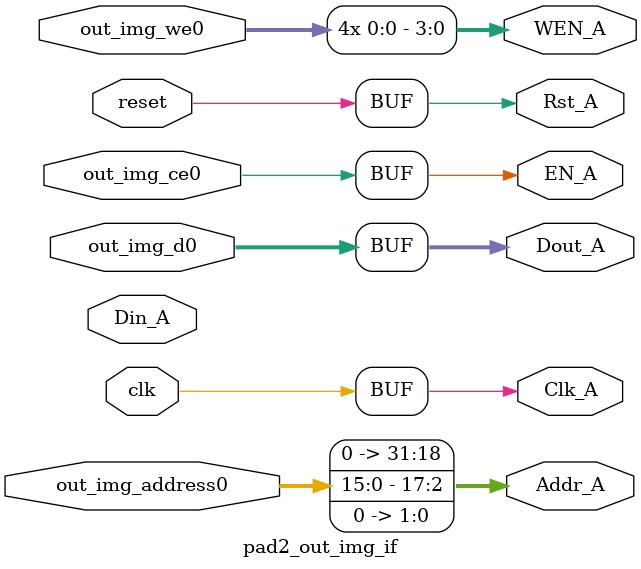
<source format=v>

`timescale 1ns/1ps

module pad2_out_img_if (
    // system singals
    input  wire        clk,
    input  wire        reset,
    // user signals
    input  wire [15:0] out_img_address0,
    input  wire        out_img_ce0,
    input  wire        out_img_we0,
    input  wire [31:0] out_img_d0,
    // bus signals
    output wire        Clk_A,
    output wire        Rst_A,
    output wire        EN_A,
    output wire [3:0]  WEN_A,
    output wire [31:0] Addr_A,
    output wire [31:0] Dout_A,
    input  wire [31:0] Din_A
);
//------------------------Body---------------------------
assign Clk_A  = clk;
assign Rst_A  = reset;
assign EN_A   = out_img_ce0;
assign Addr_A = {out_img_address0, 2'b0};
assign WEN_A  = {4{out_img_we0}};
assign Dout_A = out_img_d0;

endmodule

</source>
